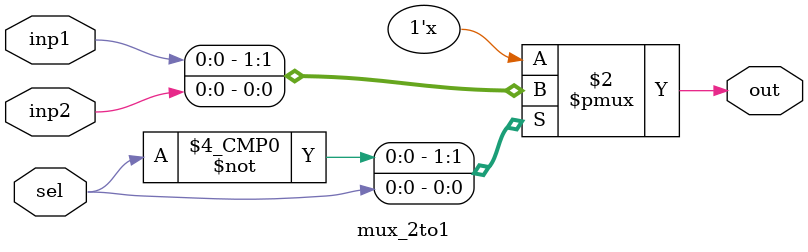
<source format=v>
module mux_2to1(
	inp1, inp2, sel, out
);
	input inp1, inp2, sel;
	output out;
	reg out;
	
	always @(inp1 or inp2 or sel)begin
		case(sel)
			0 : out = inp1;
			1 : out = inp2;
			default : out = inp1;
		endcase
	end
endmodule
</source>
